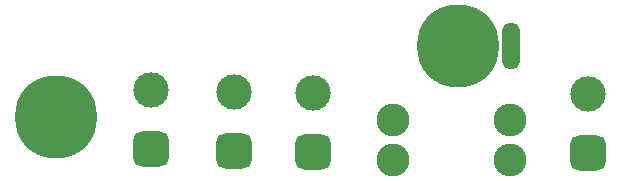
<source format=gbr>
%TF.GenerationSoftware,KiCad,Pcbnew,8.0.5*%
%TF.CreationDate,2024-12-04T12:21:55-05:00*%
%TF.ProjectId,RailsidePDB,5261696c-7369-4646-9550-44422e6b6963,rev?*%
%TF.SameCoordinates,Original*%
%TF.FileFunction,Soldermask,Top*%
%TF.FilePolarity,Negative*%
%FSLAX46Y46*%
G04 Gerber Fmt 4.6, Leading zero omitted, Abs format (unit mm)*
G04 Created by KiCad (PCBNEW 8.0.5) date 2024-12-04 12:21:55*
%MOMM*%
%LPD*%
G01*
G04 APERTURE LIST*
G04 Aperture macros list*
%AMRoundRect*
0 Rectangle with rounded corners*
0 $1 Rounding radius*
0 $2 $3 $4 $5 $6 $7 $8 $9 X,Y pos of 4 corners*
0 Add a 4 corners polygon primitive as box body*
4,1,4,$2,$3,$4,$5,$6,$7,$8,$9,$2,$3,0*
0 Add four circle primitives for the rounded corners*
1,1,$1+$1,$2,$3*
1,1,$1+$1,$4,$5*
1,1,$1+$1,$6,$7*
1,1,$1+$1,$8,$9*
0 Add four rect primitives between the rounded corners*
20,1,$1+$1,$2,$3,$4,$5,0*
20,1,$1+$1,$4,$5,$6,$7,0*
20,1,$1+$1,$6,$7,$8,$9,0*
20,1,$1+$1,$8,$9,$2,$3,0*%
G04 Aperture macros list end*
%ADD10O,7.000000X7.000000*%
%ADD11O,1.500000X4.000000*%
%ADD12RoundRect,0.750000X0.750000X-0.750000X0.750000X0.750000X-0.750000X0.750000X-0.750000X-0.750000X0*%
%ADD13C,3.000000*%
%ADD14C,2.780000*%
G04 APERTURE END LIST*
D10*
%TO.C,*%
X63500000Y-73000000D03*
%TD*%
D11*
%TO.C,*%
X102000000Y-67000000D03*
%TD*%
D12*
%TO.C,BT2*%
X78600000Y-75950000D03*
D13*
X78600000Y-70950000D03*
%TD*%
D10*
%TO.C,*%
X97500000Y-67000000D03*
%TD*%
D12*
%TO.C,BT3*%
X71575000Y-75775000D03*
D13*
X71575000Y-70775000D03*
%TD*%
D12*
%TO.C,BT4*%
X108500000Y-76110000D03*
D13*
X108500000Y-71110000D03*
%TD*%
D14*
%TO.C,Fuse*%
X92040000Y-73300000D03*
X92040000Y-76700000D03*
X101960000Y-73300000D03*
X101960000Y-76700000D03*
%TD*%
D12*
%TO.C,BT1*%
X85250000Y-76000000D03*
D13*
X85250000Y-71000000D03*
%TD*%
M02*

</source>
